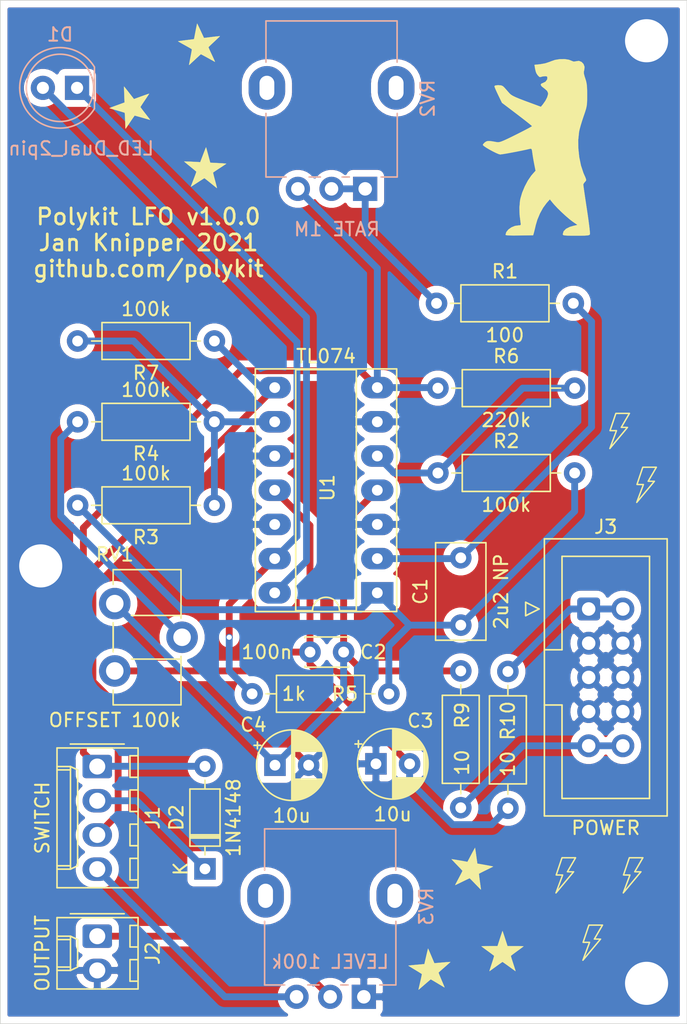
<source format=kicad_pcb>
(kicad_pcb (version 20171130) (host pcbnew 5.1.10-88a1d61d58~90~ubuntu21.04.1)
  (title_block (title LFO) (date 2021-09-25) (rev v1.0.0) (company "Jan Knipper") (comment 1 github.com/polykit))
  (layers (0 F.Cu signal) (31 B.Cu signal) (34 B.Paste user) (35 F.Paste user) (36 B.SilkS user) (37 F.SilkS user) (38 B.Mask user) (39 F.Mask user) (44 Edge.Cuts user))
  (net 0 "")
  (net 1 "Net-(C1-Pad2)")
  (net 2 LED)
  (net 3 -12V)
  (net 4 +12V)
  (net 5 GND)
  (net 6 "Net-(D1-Pad2)")
  (net 7 "Net-(D1-Pad1)")
  (net 8 SQUARE)
  (net 9 SQUARE_POS)
  (net 10 INPUT)
  (net 11 TRIANGLE)
  (net 12 OUT)
  (net 13 "Net-(J3-Pad10)")
  (net 14 "Net-(J3-Pad1)")
  (net 15 "Net-(R1-Pad1)")
  (net 16 "Net-(R2-Pad1)")
  (net 17 "Net-(R3-Pad1)")
  (net 18 "Net-(R4-Pad2)")
  (module Polykit:star-silk-tiny (layer F.Cu) (at 88.2 49.4 357)
    (fp_text reference G*** hide)
    (fp_text value LOGO hide)
  )
  (module Polykit:star-silk-tiny (layer F.Cu) (at 82.7 44.8 20)
    (fp_text reference G*** hide)
    (fp_text value LOGO hide)
  )
  (module Polykit:star-silk-tiny (layer F.Cu) (at 87.8 40.2 7)
    (fp_text reference G*** hide)
    (fp_text value LOGO hide)
  )
  (module Polykit:star-silk-tiny (layer F.Cu) (at 104.9 108.9 5)
    (fp_text reference G*** hide)
    (fp_text value LOGO hide)
  )
  (module Polykit:star-silk-tiny (layer F.Cu) (at 108 101.4 350)
    (fp_text reference G*** hide)
    (fp_text value LOGO hide)
  )
  (module Polykit:star-silk-tiny (layer F.Cu) (at 110.3 107.6)
    (fp_text reference G*** hide)
    (fp_text value LOGO hide)
  )
  (module Polykit:blitz-silk-supertiny (layer F.Cu) (at 119 69)
    (fp_text reference G*** hide)
    (fp_text value LOGO hide)
  )
  (module Polykit:blitz-silk-supertiny (layer F.Cu) (at 121 73)
    (fp_text reference G*** hide)
    (fp_text value LOGO hide)
  )
  (module Polykit:blitz-silk-supertiny (layer F.Cu) (at 117 107)
    (fp_text reference G*** hide)
    (fp_text value LOGO hide)
  )
  (module Polykit:blitz-silk-supertiny (layer F.Cu) (at 115 102)
    (fp_text reference G*** hide)
    (fp_text value LOGO hide)
  )
  (module Polykit:blitz-silk-supertiny (layer F.Cu) (at 120 102)
    (fp_text reference G*** hide)
    (fp_text value LOGO hide)
  )
  (module Polykit:bär (layer F.Cu) (at 113 48)
    (fp_text reference G*** hide)
    (fp_text value LOGO hide)
  )
  (module Package_DIP:DIP-14_W7.62mm_Socket_LongPads (layer F.Cu) (at 101 81 180)
    (fp_text reference U1 (at 3.7 7.8 90) (layer F.SilkS))
    (fp_text value TL074 (at 3.81 17.57) (layer F.SilkS))
    (pad 14 thru_hole oval (at 7.62 0 180) (size 2.4 1.6) (drill 0.8) (layers *.Cu *.Mask) (net 7 "Net-(D1-Pad1)"))
    (pad 7 thru_hole oval (at 0 15.24 180) (size 2.4 1.6) (drill 0.8) (layers *.Cu *.Mask) (net 8 SQUARE))
    (pad 13 thru_hole oval (at 7.62 2.54 180) (size 2.4 1.6) (drill 0.8) (layers *.Cu *.Mask) (net 6 "Net-(D1-Pad2)"))
    (pad 6 thru_hole oval (at 0 12.7 180) (size 2.4 1.6) (drill 0.8) (layers *.Cu *.Mask) (net 5 GND))
    (pad 12 thru_hole oval (at 7.62 5.08 180) (size 2.4 1.6) (drill 0.8) (layers *.Cu *.Mask) (net 5 GND))
    (pad 5 thru_hole oval (at 0 10.16 180) (size 2.4 1.6) (drill 0.8) (layers *.Cu *.Mask) (net 16 "Net-(R2-Pad1)"))
    (pad 11 thru_hole oval (at 7.62 7.62 180) (size 2.4 1.6) (drill 0.8) (layers *.Cu *.Mask) (net 3 -12V))
    (pad 4 thru_hole oval (at 0 7.62 180) (size 2.4 1.6) (drill 0.8) (layers *.Cu *.Mask) (net 4 +12V))
    (pad 10 thru_hole oval (at 7.62 10.16 180) (size 2.4 1.6) (drill 0.8) (layers *.Cu *.Mask) (net 5 GND))
    (pad 3 thru_hole oval (at 0 5.08 180) (size 2.4 1.6) (drill 0.8) (layers *.Cu *.Mask) (net 5 GND))
    (pad 9 thru_hole oval (at 7.62 12.7 180) (size 2.4 1.6) (drill 0.8) (layers *.Cu *.Mask) (net 17 "Net-(R3-Pad1)"))
    (pad 2 thru_hole oval (at 0 2.54 180) (size 2.4 1.6) (drill 0.8) (layers *.Cu *.Mask) (net 1 "Net-(C1-Pad2)"))
    (pad 8 thru_hole oval (at 7.62 15.24 180) (size 2.4 1.6) (drill 0.8) (layers *.Cu *.Mask) (net 11 TRIANGLE))
    (pad 1 thru_hole rect (at 0 0 180) (size 2.4 1.6) (drill 0.8) (layers *.Cu *.Mask) (net 2 LED))
  )
  (module Potentiometer_THT:Potentiometer_Alpha_RD901F-40-00D_Single_Vertical (layer B.Cu) (at 100 111 90)
    (fp_text reference RV3 (at 6.71 4.64 90) (layer B.SilkS) (effects (justify mirror)))
    (fp_text value "LEVEL 100k" (at 2.6 -2.5 180) (layer B.SilkS) (effects (justify mirror)))
    (pad "" thru_hole oval (at 7.5 2.3) (size 2.72 3.24) (drill oval 1.1 1.8) (layers *.Cu *.Mask))
    (pad "" thru_hole oval (at 7.5 -7.3) (size 2.72 3.24) (drill oval 1.1 1.8) (layers *.Cu *.Mask))
    (pad 3 thru_hole circle (at 0 -5) (size 1.8 1.8) (drill 1) (layers *.Cu *.Mask) (net 10 INPUT))
    (pad 2 thru_hole circle (at 0 -2.5) (size 1.8 1.8) (drill 1) (layers *.Cu *.Mask) (net 12 OUT))
    (pad 1 thru_hole rect (at 0 0) (size 1.8 1.8) (drill 1) (layers *.Cu *.Mask) (net 5 GND))
  )
  (module Potentiometer_THT:Potentiometer_Alpha_RD901F-40-00D_Single_Vertical (layer B.Cu) (at 100.1 51 90)
    (fp_text reference RV2 (at 6.71 4.64 90) (layer B.SilkS) (effects (justify mirror)))
    (fp_text value "RATE 1M" (at -3 -2.1 180) (layer B.SilkS) (effects (justify mirror)))
    (pad "" thru_hole oval (at 7.5 2.3) (size 2.72 3.24) (drill oval 1.1 1.8) (layers *.Cu *.Mask))
    (pad "" thru_hole oval (at 7.5 -7.3) (size 2.72 3.24) (drill oval 1.1 1.8) (layers *.Cu *.Mask))
    (pad 3 thru_hole circle (at 0 -5) (size 1.8 1.8) (drill 1) (layers *.Cu *.Mask) (net 8 SQUARE))
    (pad 2 thru_hole circle (at 0 -2.5) (size 1.8 1.8) (drill 1) (layers *.Cu *.Mask) (net 15 "Net-(R1-Pad1)"))
    (pad 1 thru_hole rect (at 0 0) (size 1.8 1.8) (drill 1) (layers *.Cu *.Mask) (net 15 "Net-(R1-Pad1)"))
  )
  (module Potentiometer_THT:Potentiometer_ACP_CA9-H5_Horizontal (layer F.Cu) (at 81.5 81.8)
    (fp_text reference RV1 (at 0 -3.65) (layer F.SilkS))
    (fp_text value "OFFSET 100k" (at 0 8.65) (layer F.SilkS))
    (pad 1 thru_hole circle (at 0 0) (size 2.34 2.34) (drill 1.3) (layers *.Cu *.Mask) (net 4 +12V))
    (pad 2 thru_hole circle (at 5 2.5) (size 2.34 2.34) (drill 1.3) (layers *.Cu *.Mask) (net 18 "Net-(R4-Pad2)"))
    (pad 3 thru_hole circle (at 0 5) (size 2.34 2.34) (drill 1.3) (layers *.Cu *.Mask) (net 3 -12V))
  )
  (module Resistor_THT:R_Axial_DIN0207_L6.3mm_D2.5mm_P10.16mm_Horizontal (layer F.Cu) (at 110.7 97 90)
    (fp_text reference R10 (at 6.5 0 90) (layer F.SilkS))
    (fp_text value 10 (at 3.3 0 90) (layer F.SilkS))
    (pad 2 thru_hole oval (at 10.16 0 90) (size 1.6 1.6) (drill 0.8) (layers *.Cu *.Mask) (net 14 "Net-(J3-Pad1)"))
    (pad 1 thru_hole circle (at 0 0 90) (size 1.6 1.6) (drill 0.8) (layers *.Cu *.Mask) (net 3 -12V))
  )
  (module Resistor_THT:R_Axial_DIN0207_L6.3mm_D2.5mm_P10.16mm_Horizontal (layer F.Cu) (at 107.2 86.8 270)
    (fp_text reference R9 (at 3.3 -0.1 90) (layer F.SilkS))
    (fp_text value 10 (at 6.8 -0.1 90) (layer F.SilkS))
    (pad 2 thru_hole oval (at 10.16 0 270) (size 1.6 1.6) (drill 0.8) (layers *.Cu *.Mask) (net 13 "Net-(J3-Pad10)"))
    (pad 1 thru_hole circle (at 0 0 270) (size 1.6 1.6) (drill 0.8) (layers *.Cu *.Mask) (net 4 +12V))
  )
  (module Resistor_THT:R_Axial_DIN0207_L6.3mm_D2.5mm_P10.16mm_Horizontal (layer F.Cu) (at 88.9 62.3 180)
    (fp_text reference R7 (at 5.08 -2.37) (layer F.SilkS))
    (fp_text value 100k (at 5.08 2.37) (layer F.SilkS))
    (pad 2 thru_hole oval (at 10.16 0 180) (size 1.6 1.6) (drill 0.8) (layers *.Cu *.Mask) (net 17 "Net-(R3-Pad1)"))
    (pad 1 thru_hole circle (at 0 0 180) (size 1.6 1.6) (drill 0.8) (layers *.Cu *.Mask) (net 11 TRIANGLE))
  )
  (module Resistor_THT:R_Axial_DIN0207_L6.3mm_D2.5mm_P10.16mm_Horizontal (layer F.Cu) (at 105.5 65.8)
    (fp_text reference R6 (at 5.08 -2.37) (layer F.SilkS))
    (fp_text value 220k (at 5.08 2.37) (layer F.SilkS))
    (pad 2 thru_hole oval (at 10.16 0) (size 1.6 1.6) (drill 0.8) (layers *.Cu *.Mask) (net 16 "Net-(R2-Pad1)"))
    (pad 1 thru_hole circle (at 0 0) (size 1.6 1.6) (drill 0.8) (layers *.Cu *.Mask) (net 8 SQUARE))
  )
  (module Resistor_THT:R_Axial_DIN0207_L6.3mm_D2.5mm_P10.16mm_Horizontal (layer F.Cu) (at 91.7 88.5)
    (fp_text reference R5 (at 6.9 0) (layer F.SilkS))
    (fp_text value 1k (at 3.1 0) (layer F.SilkS))
    (pad 2 thru_hole oval (at 10.16 0) (size 1.6 1.6) (drill 0.8) (layers *.Cu *.Mask) (net 2 LED))
    (pad 1 thru_hole circle (at 0 0) (size 1.6 1.6) (drill 0.8) (layers *.Cu *.Mask) (net 6 "Net-(D1-Pad2)"))
  )
  (module Resistor_THT:R_Axial_DIN0207_L6.3mm_D2.5mm_P10.16mm_Horizontal (layer F.Cu) (at 88.9 68.3 180)
    (fp_text reference R4 (at 5.08 -2.37) (layer F.SilkS))
    (fp_text value 100k (at 5.08 2.37) (layer F.SilkS))
    (pad 2 thru_hole oval (at 10.16 0 180) (size 1.6 1.6) (drill 0.8) (layers *.Cu *.Mask) (net 18 "Net-(R4-Pad2)"))
    (pad 1 thru_hole circle (at 0 0 180) (size 1.6 1.6) (drill 0.8) (layers *.Cu *.Mask) (net 17 "Net-(R3-Pad1)"))
  )
  (module Resistor_THT:R_Axial_DIN0207_L6.3mm_D2.5mm_P10.16mm_Horizontal (layer F.Cu) (at 88.9 74.5 180)
    (fp_text reference R3 (at 5.08 -2.37) (layer F.SilkS))
    (fp_text value 100k (at 5.08 2.37) (layer F.SilkS))
    (pad 2 thru_hole oval (at 10.16 0 180) (size 1.6 1.6) (drill 0.8) (layers *.Cu *.Mask) (net 2 LED))
    (pad 1 thru_hole circle (at 0 0 180) (size 1.6 1.6) (drill 0.8) (layers *.Cu *.Mask) (net 17 "Net-(R3-Pad1)"))
  )
  (module Resistor_THT:R_Axial_DIN0207_L6.3mm_D2.5mm_P10.16mm_Horizontal (layer F.Cu) (at 105.5 72.1)
    (fp_text reference R2 (at 5.08 -2.37) (layer F.SilkS))
    (fp_text value 100k (at 5.08 2.37) (layer F.SilkS))
    (pad 2 thru_hole oval (at 10.16 0) (size 1.6 1.6) (drill 0.8) (layers *.Cu *.Mask) (net 2 LED))
    (pad 1 thru_hole circle (at 0 0) (size 1.6 1.6) (drill 0.8) (layers *.Cu *.Mask) (net 16 "Net-(R2-Pad1)"))
  )
  (module Resistor_THT:R_Axial_DIN0207_L6.3mm_D2.5mm_P10.16mm_Horizontal (layer F.Cu) (at 105.4 59.5)
    (fp_text reference R1 (at 5.08 -2.37) (layer F.SilkS))
    (fp_text value 100 (at 5.08 2.37) (layer F.SilkS))
    (pad 2 thru_hole oval (at 10.16 0) (size 1.6 1.6) (drill 0.8) (layers *.Cu *.Mask) (net 1 "Net-(C1-Pad2)"))
    (pad 1 thru_hole circle (at 0 0) (size 1.6 1.6) (drill 0.8) (layers *.Cu *.Mask) (net 15 "Net-(R1-Pad1)"))
  )
  (module Connector_IDC:IDC-Header_2x05_P2.54mm_Vertical (layer F.Cu) (at 116.7 82.2)
    (fp_text reference J3 (at 1.27 -6.1) (layer F.SilkS))
    (fp_text value POWER (at 1.27 16.26) (layer F.SilkS))
    (pad 10 thru_hole circle (at 2.54 10.16) (size 1.7 1.7) (drill 1) (layers *.Cu *.Mask) (net 13 "Net-(J3-Pad10)"))
    (pad 8 thru_hole circle (at 2.54 7.62) (size 1.7 1.7) (drill 1) (layers *.Cu *.Mask) (net 5 GND))
    (pad 6 thru_hole circle (at 2.54 5.08) (size 1.7 1.7) (drill 1) (layers *.Cu *.Mask) (net 5 GND))
    (pad 4 thru_hole circle (at 2.54 2.54) (size 1.7 1.7) (drill 1) (layers *.Cu *.Mask) (net 5 GND))
    (pad 2 thru_hole circle (at 2.54 0) (size 1.7 1.7) (drill 1) (layers *.Cu *.Mask) (net 14 "Net-(J3-Pad1)"))
    (pad 9 thru_hole circle (at 0 10.16) (size 1.7 1.7) (drill 1) (layers *.Cu *.Mask) (net 13 "Net-(J3-Pad10)"))
    (pad 7 thru_hole circle (at 0 7.62) (size 1.7 1.7) (drill 1) (layers *.Cu *.Mask) (net 5 GND))
    (pad 5 thru_hole circle (at 0 5.08) (size 1.7 1.7) (drill 1) (layers *.Cu *.Mask) (net 5 GND))
    (pad 3 thru_hole circle (at 0 2.54) (size 1.7 1.7) (drill 1) (layers *.Cu *.Mask) (net 5 GND))
    (pad 1 thru_hole roundrect (at 0 0) (size 1.7 1.7) (drill 1) (layers *.Cu *.Mask) (roundrect_rratio 0.1470588235294118) (net 14 "Net-(J3-Pad1)"))
  )
  (module Connector_Molex:Molex_KK-254_AE-6410-02A_1x02_P2.54mm_Vertical (layer F.Cu) (at 80.2 106.5 270)
    (fp_text reference J2 (at 1.27 -4.12 90) (layer F.SilkS))
    (fp_text value OUTPUT (at 1.27 4.08 90) (layer F.SilkS))
    (pad 2 thru_hole oval (at 2.54 0 270) (size 1.74 2.19) (drill 1.19) (layers *.Cu *.Mask) (net 5 GND))
    (pad 1 thru_hole roundrect (at 0 0 270) (size 1.74 2.19) (drill 1.19) (layers *.Cu *.Mask) (roundrect_rratio 0.1436775862068966) (net 12 OUT))
  )
  (module Connector_Molex:Molex_KK-254_AE-6410-04A_1x04_P2.54mm_Vertical (layer F.Cu) (at 80.2 93.9 270)
    (fp_text reference J1 (at 3.81 -4.12 90) (layer F.SilkS))
    (fp_text value SWITCH (at 3.81 4.08 90) (layer F.SilkS))
    (pad 4 thru_hole oval (at 7.62 0 270) (size 1.74 2.19) (drill 1.19) (layers *.Cu *.Mask) (net 10 INPUT))
    (pad 3 thru_hole oval (at 5.08 0 270) (size 1.74 2.19) (drill 1.19) (layers *.Cu *.Mask) (net 11 TRIANGLE))
    (pad 2 thru_hole oval (at 2.54 0 270) (size 1.74 2.19) (drill 1.19) (layers *.Cu *.Mask) (net 9 SQUARE_POS))
    (pad 1 thru_hole roundrect (at 0 0 270) (size 1.74 2.19) (drill 1.19) (layers *.Cu *.Mask) (roundrect_rratio 0.1436775862068966) (net 8 SQUARE))
  )
  (module Diode_THT:D_DO-35_SOD27_P7.62mm_Horizontal (layer F.Cu) (at 88.2 101.5 90)
    (fp_text reference D2 (at 3.81 -2.12 90) (layer F.SilkS))
    (fp_text value 1N4148 (at 3.81 2.12 90) (layer F.SilkS))
    (fp_text user K (at 0 -1.8 90) (layer F.SilkS))
    (pad 2 thru_hole oval (at 7.62 0 90) (size 1.6 1.6) (drill 0.8) (layers *.Cu *.Mask) (net 8 SQUARE))
    (pad 1 thru_hole rect (at 0 0 90) (size 1.6 1.6) (drill 0.8) (layers *.Cu *.Mask) (net 9 SQUARE_POS))
  )
  (module LED_THT:LED_D5.0mm (layer B.Cu) (at 78.7 43.5 180)
    (fp_text reference D1 (at 1.27 3.96) (layer B.SilkS) (effects (justify mirror)))
    (fp_text value LED_Dual_2pin (at -0.3 -4.5) (layer B.SilkS) (effects (justify mirror)))
    (pad 2 thru_hole circle (at 2.54 0 180) (size 1.8 1.8) (drill 0.9) (layers *.Cu *.Mask) (net 6 "Net-(D1-Pad2)"))
    (pad 1 thru_hole rect (at 0 0 180) (size 1.8 1.8) (drill 0.9) (layers *.Cu *.Mask) (net 7 "Net-(D1-Pad1)"))
  )
  (module Capacitor_THT:CP_Radial_D5.0mm_P2.50mm (layer F.Cu) (at 93.4 93.8)
    (fp_text reference C4 (at -1.6 -3) (layer F.SilkS))
    (fp_text value 10u (at 1.25 3.75) (layer F.SilkS))
    (pad 2 thru_hole circle (at 2.5 0) (size 1.6 1.6) (drill 0.8) (layers *.Cu *.Mask) (net 5 GND))
    (pad 1 thru_hole rect (at 0 0) (size 1.6 1.6) (drill 0.8) (layers *.Cu *.Mask) (net 4 +12V))
  )
  (module Capacitor_THT:CP_Radial_D5.0mm_P2.50mm (layer F.Cu) (at 100.9 93.7)
    (fp_text reference C3 (at 3.3 -3.2) (layer F.SilkS))
    (fp_text value 10u (at 1.25 3.75) (layer F.SilkS))
    (pad 2 thru_hole circle (at 2.5 0) (size 1.6 1.6) (drill 0.8) (layers *.Cu *.Mask) (net 3 -12V))
    (pad 1 thru_hole rect (at 0 0) (size 1.6 1.6) (drill 0.8) (layers *.Cu *.Mask) (net 5 GND))
  )
  (module Capacitor_THT:C_Disc_D3.0mm_W2.0mm_P2.50mm (layer F.Cu) (at 98.5 85.4 180)
    (fp_text reference C2 (at -2.2 0) (layer F.SilkS))
    (fp_text value 100n (at 5.7 0) (layer F.SilkS))
    (pad 2 thru_hole circle (at 2.5 0 180) (size 1.6 1.6) (drill 0.8) (layers *.Cu *.Mask) (net 3 -12V))
    (pad 1 thru_hole circle (at 0 0 180) (size 1.6 1.6) (drill 0.8) (layers *.Cu *.Mask) (net 4 +12V))
  )
  (module Capacitor_THT:C_Rect_L7.0mm_W3.5mm_P5.00mm (layer F.Cu) (at 107.2 83.4 90)
    (fp_text reference C1 (at 2.5 -3 90) (layer F.SilkS))
    (fp_text value "2u2 NP" (at 2.5 3 90) (layer F.SilkS))
    (pad 2 thru_hole circle (at 5 0 90) (size 1.6 1.6) (drill 0.8) (layers *.Cu *.Mask) (net 1 "Net-(C1-Pad2)"))
    (pad 1 thru_hole circle (at 0 0 90) (size 1.6 1.6) (drill 0.8) (layers *.Cu *.Mask) (net 2 LED))
  )
  (gr_text "Polykit LFO v1.0.0\nJan Knipper 2021\ngithub.com/polykit" (at 84 55) (layer F.SilkS) (effects (font (size 1.2 1.2) (thickness 0.2))))
  (gr_line (start 73 113) (end 124 113) (layer Edge.Cuts) (width 0.05))
  (gr_line (start 73 37) (end 73 113) (layer Edge.Cuts) (width 0.05))
  (gr_line (start 124 37) (end 73 37) (layer Edge.Cuts) (width 0.05))
  (gr_line (start 124 113) (end 124 37) (layer Edge.Cuts) (width 0.05))
  (segment (start 107.14 78.46) (end 107.2 78.4) (width 0.508) (layer B.Cu) (net 1))
  (segment (start 101 78.46) (end 107.14 78.46) (width 0.508) (layer B.Cu) (net 1))
  (segment (start 116.914001 68.685999) (end 107.2 78.4) (width 0.508) (layer B.Cu) (net 1))
  (segment (start 116.914001 60.854001) (end 116.914001 68.685999) (width 0.508) (layer B.Cu) (net 1))
  (segment (start 115.56 59.5) (end 116.914001 60.854001) (width 0.508) (layer B.Cu) (net 1))
  (segment (start 103.4 83.4) (end 101 81) (width 0.508) (layer B.Cu) (net 2))
  (segment (start 107.2 83.4) (end 103.4 83.4) (width 0.508) (layer B.Cu) (net 2))
  (segment (start 115.66 74.94) (end 107.2 83.4) (width 0.508) (layer B.Cu) (net 2))
  (segment (start 115.66 72.1) (end 115.66 74.94) (width 0.508) (layer B.Cu) (net 2))
  (segment (start 99.74599 82.25401) (end 101 81) (width 0.508) (layer B.Cu) (net 2))
  (segment (start 86.49401 82.25401) (end 99.74599 82.25401) (width 0.508) (layer B.Cu) (net 2))
  (segment (start 78.74 74.5) (end 86.49401 82.25401) (width 0.508) (layer B.Cu) (net 2))
  (segment (start 101.86 84.94) (end 103.4 83.4) (width 0.508) (layer B.Cu) (net 2))
  (segment (start 101.86 88.5) (end 101.86 84.94) (width 0.508) (layer B.Cu) (net 2))
  (segment (start 106.598079 98.214001) (end 103.4 95.015922) (width 0.508) (layer B.Cu) (net 3))
  (segment (start 103.4 95.015922) (end 103.4 93.7) (width 0.508) (layer B.Cu) (net 3))
  (segment (start 109.485999 98.214001) (end 106.598079 98.214001) (width 0.508) (layer B.Cu) (net 3))
  (segment (start 110.7 97) (end 109.485999 98.214001) (width 0.508) (layer B.Cu) (net 3))
  (segment (start 81.5 86.8) (end 82.154001 86.145999) (width 0.508) (layer F.Cu) (net 3))
  (segment (start 96 86.3) (end 96 85.4) (width 0.508) (layer F.Cu) (net 3))
  (segment (start 103.4 93.7) (end 96 86.3) (width 0.508) (layer F.Cu) (net 3))
  (segment (start 91.544078 86.8) (end 81.5 86.8) (width 0.508) (layer F.Cu) (net 3))
  (segment (start 92.944078 85.4) (end 91.544078 86.8) (width 0.508) (layer F.Cu) (net 3))
  (segment (start 96 85.4) (end 92.944078 85.4) (width 0.508) (layer F.Cu) (net 3))
  (segment (start 96 76) (end 93.38 73.38) (width 0.508) (layer F.Cu) (net 3))
  (segment (start 96 85.4) (end 96 76) (width 0.508) (layer F.Cu) (net 3))
  (segment (start 93.4 93.7) (end 81.5 81.8) (width 0.508) (layer B.Cu) (net 4))
  (segment (start 93.4 93.8) (end 93.4 93.7) (width 0.508) (layer B.Cu) (net 4))
  (segment (start 99.9 86.8) (end 98.5 85.4) (width 0.508) (layer F.Cu) (net 4))
  (segment (start 107.2 86.8) (end 99.9 86.8) (width 0.508) (layer F.Cu) (net 4))
  (segment (start 98.5 75.88) (end 98.5 85.4) (width 0.508) (layer F.Cu) (net 4))
  (segment (start 101 73.38) (end 98.5 75.88) (width 0.508) (layer F.Cu) (net 4))
  (segment (start 98.5 88.7) (end 93.4 93.8) (width 0.508) (layer B.Cu) (net 4))
  (segment (start 98.5 85.4) (end 98.5 88.7) (width 0.508) (layer B.Cu) (net 4))
  (via (at 121 40) (size 3.5) (drill 3.2) (layers F.Cu B.Cu) (net 5))
  (via (at 121 110) (size 3.5) (drill 3.2) (layers F.Cu B.Cu) (net 5))
  (via (at 76 79) (size 3.5) (drill 3.2) (layers F.Cu B.Cu) (net 5))
  (segment (start 95.03401 62.37401) (end 76.16 43.5) (width 0.508) (layer B.Cu) (net 6))
  (segment (start 95.03401 76.80599) (end 95.03401 62.37401) (width 0.508) (layer B.Cu) (net 6))
  (segment (start 93.38 78.46) (end 95.03401 76.80599) (width 0.508) (layer B.Cu) (net 6))
  (segment (start 93.38 78.46) (end 90 81.84) (width 0.508) (layer F.Cu) (net 6))
  (segment (start 90 81.84) (end 90 84.3) (width 0.508) (layer F.Cu) (net 6))
  (segment (start 90 84.3) (end 90 84.3) (width 0.508) (layer F.Cu) (net 6))
  (via (at 90 84.3) (size 0.508) (drill 0.381) (layers F.Cu B.Cu) (net 6))
  (segment (start 90 86.8) (end 91.7 88.5) (width 0.508) (layer B.Cu) (net 6))
  (segment (start 90 84.3) (end 90 86.8) (width 0.508) (layer B.Cu) (net 6))
  (segment (start 95.74202 60.54202) (end 95.74202 78.63798) (width 0.508) (layer B.Cu) (net 7))
  (segment (start 95.74202 78.63798) (end 93.38 81) (width 0.508) (layer B.Cu) (net 7))
  (segment (start 78.7 43.5) (end 95.74202 60.54202) (width 0.508) (layer B.Cu) (net 7))
  (segment (start 105.46 65.76) (end 105.5 65.8) (width 0.508) (layer B.Cu) (net 8))
  (segment (start 101 65.76) (end 105.46 65.76) (width 0.508) (layer B.Cu) (net 8))
  (segment (start 101 56.9) (end 101 65.76) (width 0.508) (layer B.Cu) (net 8))
  (segment (start 95.1 51) (end 101 56.9) (width 0.508) (layer B.Cu) (net 8))
  (segment (start 80.22 93.88) (end 80.2 93.9) (width 0.508) (layer B.Cu) (net 8))
  (segment (start 88.2 93.88) (end 80.22 93.88) (width 0.508) (layer B.Cu) (net 8))
  (segment (start 79.167989 92.867989) (end 80.2 93.9) (width 0.508) (layer F.Cu) (net 8))
  (segment (start 79.167989 76.176089) (end 79.167989 92.867989) (width 0.508) (layer F.Cu) (net 8))
  (segment (start 90.838088 64.50599) (end 79.167989 76.176089) (width 0.508) (layer F.Cu) (net 8))
  (segment (start 99.74599 64.50599) (end 90.838088 64.50599) (width 0.508) (layer F.Cu) (net 8))
  (segment (start 101 65.76) (end 99.74599 64.50599) (width 0.508) (layer F.Cu) (net 8))
  (segment (start 83.14 96.44) (end 88.2 101.5) (width 0.508) (layer B.Cu) (net 9))
  (segment (start 80.2 96.44) (end 83.14 96.44) (width 0.508) (layer B.Cu) (net 9))
  (segment (start 89.68 111) (end 80.2 101.52) (width 0.508) (layer B.Cu) (net 10))
  (segment (start 95 111) (end 89.68 111) (width 0.508) (layer B.Cu) (net 10))
  (segment (start 92.36 65.76) (end 93.38 65.76) (width 0.508) (layer B.Cu) (net 11))
  (segment (start 88.9 62.3) (end 92.36 65.76) (width 0.508) (layer B.Cu) (net 11))
  (segment (start 79.875999 79.264001) (end 93.38 65.76) (width 0.508) (layer F.Cu) (net 11))
  (segment (start 81.74901 89.452532) (end 79.875999 87.579521) (width 0.508) (layer F.Cu) (net 11))
  (segment (start 81.74901 97.43099) (end 81.74901 89.452532) (width 0.508) (layer F.Cu) (net 11))
  (segment (start 79.875999 87.579521) (end 79.875999 79.264001) (width 0.508) (layer F.Cu) (net 11))
  (segment (start 80.2 98.98) (end 81.74901 97.43099) (width 0.508) (layer F.Cu) (net 11))
  (segment (start 93 106.5) (end 80.2 106.5) (width 0.508) (layer F.Cu) (net 12))
  (segment (start 97.5 111) (end 93 106.5) (width 0.508) (layer F.Cu) (net 12))
  (segment (start 119.24 92.36) (end 116.7 92.36) (width 0.508) (layer B.Cu) (net 13))
  (segment (start 111.8 92.36) (end 107.2 96.96) (width 0.508) (layer B.Cu) (net 13))
  (segment (start 116.7 92.36) (end 111.8 92.36) (width 0.508) (layer B.Cu) (net 13))
  (segment (start 119.24 82.2) (end 116.7 82.2) (width 0.508) (layer B.Cu) (net 14))
  (segment (start 115.34 82.2) (end 110.7 86.84) (width 0.508) (layer B.Cu) (net 14))
  (segment (start 116.7 82.2) (end 115.34 82.2) (width 0.508) (layer B.Cu) (net 14))
  (segment (start 97.6 51) (end 100.1 51) (width 0.508) (layer B.Cu) (net 15))
  (segment (start 100.1 54.2) (end 105.4 59.5) (width 0.508) (layer B.Cu) (net 15))
  (segment (start 100.1 51) (end 100.1 54.2) (width 0.508) (layer B.Cu) (net 15))
  (segment (start 102.26 72.1) (end 101 70.84) (width 0.508) (layer B.Cu) (net 16))
  (segment (start 105.5 72.1) (end 102.26 72.1) (width 0.508) (layer B.Cu) (net 16))
  (segment (start 111.8 65.8) (end 105.5 72.1) (width 0.508) (layer B.Cu) (net 16))
  (segment (start 115.66 65.8) (end 111.8 65.8) (width 0.508) (layer B.Cu) (net 16))
  (segment (start 93.38 68.3) (end 88.9 68.3) (width 0.508) (layer B.Cu) (net 17))
  (segment (start 82.9 62.3) (end 88.9 68.3) (width 0.508) (layer B.Cu) (net 17))
  (segment (start 78.74 62.3) (end 82.9 62.3) (width 0.508) (layer B.Cu) (net 17))
  (segment (start 88.9 68.3) (end 88.9 74.5) (width 0.508) (layer B.Cu) (net 17))
  (segment (start 77.485999 75.285999) (end 86.5 84.3) (width 0.508) (layer B.Cu) (net 18))
  (segment (start 77.485999 69.554001) (end 77.485999 75.285999) (width 0.508) (layer B.Cu) (net 18))
  (segment (start 78.74 68.3) (end 77.485999 69.554001) (width 0.508) (layer B.Cu) (net 18))
  (zone (net 5) (net_name GND) (layer B.Cu) (connect_pads (clearance 0.508)) (min_thickness 0.254) (fill yes (arc_segments 32) (thermal_gap 0.508) (thermal_bridge_width 0.508))
    (polygon (pts (xy 124 113) (xy 73 113) (xy 73 37) (xy 124 37)))
  )
  (zone (net 5) (net_name GND) (layer F.Cu) (connect_pads (clearance 0.508)) (min_thickness 0.254) (fill yes (arc_segments 32) (thermal_gap 0.508) (thermal_bridge_width 0.508))
    (polygon (pts (xy 124 113) (xy 73 113) (xy 73 37) (xy 124 37)))
  )
)
</source>
